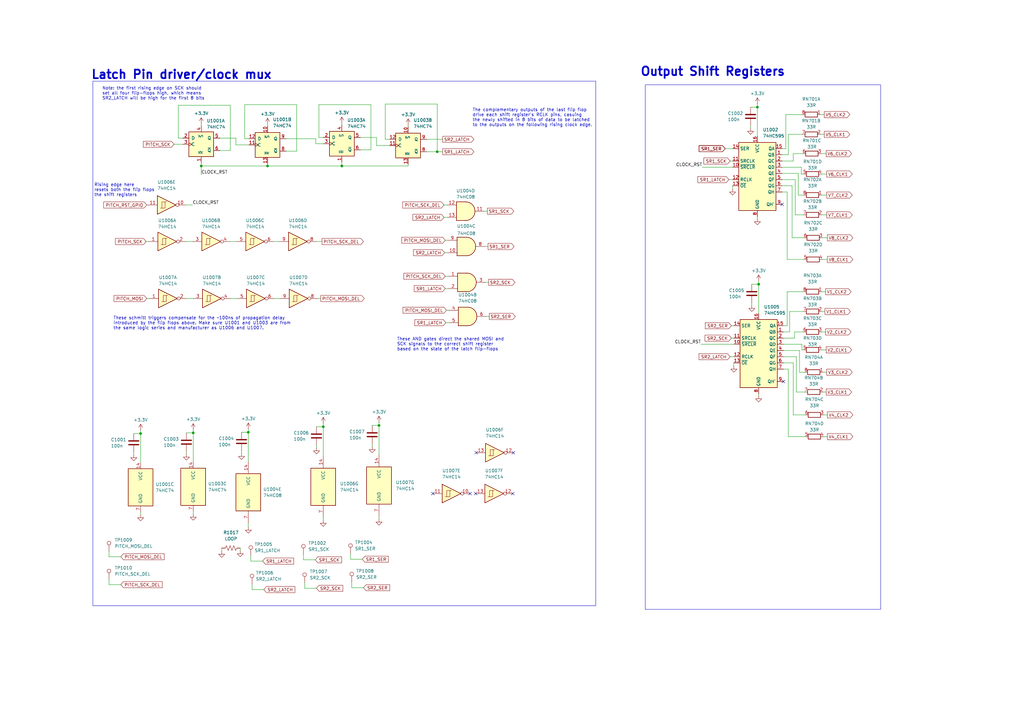
<source format=kicad_sch>
(kicad_sch (version 20231120) (generator "eeschema") (generator_version "8.0")
  (paper "A3")
  (lib_symbols
    (symbol "74xx:74HC14" (pin_names (offset 1.016))
      (property "Reference" "U" (at 0 1.27 0))
      (property "Value" "74HC14" (at 0 -1.27 0))
      (symbol "74HC14_1_0"
        (pin input line (at -7.62 0 0) (length 3.81) (name "~") (number "1"))
        (pin output inverted (at 7.62 0 180) (length 3.81) (name "~") (number "2"))
      )
      (symbol "74HC14_2_0"
        (pin input line (at -7.62 0 0) (length 3.81) (name "~") (number "3"))
        (pin output inverted (at 7.62 0 180) (length 3.81) (name "~") (number "4"))
      )
      (symbol "74HC14_3_0"
        (pin input line (at -7.62 0 0) (length 3.81) (name "~") (number "5"))
        (pin output inverted (at 7.62 0 180) (length 3.81) (name "~") (number "6"))
      )
      (symbol "74HC14_4_0"
        (pin output inverted (at 7.62 0 180) (length 3.81) (name "~") (number "8"))
        (pin input line (at -7.62 0 0) (length 3.81) (name "~") (number "9"))
      )
      (symbol "74HC14_5_0"
        (pin output inverted (at 7.62 0 180) (length 3.81) (name "~") (number "10"))
        (pin input line (at -7.62 0 0) (length 3.81) (name "~") (number "11"))
      )
      (symbol "74HC14_6_0"
        (pin output inverted (at 7.62 0 180) (length 3.81) (name "~") (number "12"))
        (pin input line (at -7.62 0 0) (length 3.81) (name "~") (number "13"))
      )
      (symbol "74HC14_7_0"
        (pin power_in line (at 0 12.7 270) (length 5.08) (name "VCC") (number "14"))
        (pin power_in line (at 0 -12.7 90) (length 5.08) (name "GND") (number "7"))
      )
    )
    (symbol "74xx:74HC595"
      (property "Reference" "U" (at -7.62 13.97 0))
      (property "Value" "74HC595" (at -7.62 -16.51 0))
      (symbol "74HC595_1_0"
        (pin tri_state line (at 10.16 7.62 180) (length 2.54) (name "QB") (number "1"))
        (pin input line (at -10.16 2.54 0) (length 2.54) (name "~{SRCLR}") (number "10"))
        (pin input line (at -10.16 5.08 0) (length 2.54) (name "SRCLK") (number "11"))
        (pin input line (at -10.16 -2.54 0) (length 2.54) (name "RCLK") (number "12"))
        (pin input line (at -10.16 -5.08 0) (length 2.54) (name "~{OE}") (number "13"))
        (pin input line (at -10.16 10.16 0) (length 2.54) (name "SER") (number "14"))
        (pin tri_state line (at 10.16 10.16 180) (length 2.54) (name "QA") (number "15"))
        (pin power_in line (at 0 15.24 270) (length 2.54) (name "VCC") (number "16"))
        (pin tri_state line (at 10.16 5.08 180) (length 2.54) (name "QC") (number "2"))
        (pin tri_state line (at 10.16 2.54 180) (length 2.54) (name "QD") (number "3"))
        (pin tri_state line (at 10.16 0 180) (length 2.54) (name "QE") (number "4"))
        (pin tri_state line (at 10.16 -2.54 180) (length 2.54) (name "QF") (number "5"))
        (pin tri_state line (at 10.16 -5.08 180) (length 2.54) (name "QG") (number "6"))
        (pin tri_state line (at 10.16 -7.62 180) (length 2.54) (name "QH") (number "7"))
        (pin power_in line (at 0 -17.78 90) (length 2.54) (name "GND") (number "8"))
        (pin output line (at 10.16 -12.7 180) (length 2.54) (name "QH'") (number "9"))
      )
    )
    (symbol "74xx:74HC74" (pin_names (offset 1.016))
      (property "Reference" "U" (at -7.62 8.89 0))
      (property "Value" "74HC74" (at -7.62 -8.89 0))
      (symbol "74HC74_1_0"
        (pin input line (at 0 -7.62 90) (length 2.54) (name "~{R}") (number "1"))
        (pin input line (at -7.62 2.54 0) (length 2.54) (name "D") (number "2"))
        (pin input clock (at -7.62 0 0) (length 2.54) (name "C") (number "3"))
        (pin input line (at 0 7.62 270) (length 2.54) (name "~{S}") (number "4"))
        (pin output line (at 7.62 2.54 180) (length 2.54) (name "Q") (number "5"))
        (pin output line (at 7.62 -2.54 180) (length 2.54) (name "~{Q}") (number "6"))
      )
      (symbol "74HC74_2_0"
        (pin input line (at 0 7.62 270) (length 2.54) (name "~{S}") (number "10"))
        (pin input clock (at -7.62 0 0) (length 2.54) (name "C") (number "11"))
        (pin input line (at -7.62 2.54 0) (length 2.54) (name "D") (number "12"))
        (pin input line (at 0 -7.62 90) (length 2.54) (name "~{R}") (number "13"))
        (pin output line (at 7.62 -2.54 180) (length 2.54) (name "~{Q}") (number "8"))
        (pin output line (at 7.62 2.54 180) (length 2.54) (name "Q") (number "9"))
      )
      (symbol "74HC74_3_0"
        (pin power_in line (at 0 10.16 270) (length 2.54) (name "VCC") (number "14"))
        (pin power_in line (at 0 -10.16 90) (length 2.54) (name "GND") (number "7"))
      )
    )
    (symbol "74xx:74LS08" (pin_names (offset 1.016))
      (property "Reference" "U" (at 0 1.27 0))
      (property "Value" "74LS08" (at 0 -1.27 0))
      (symbol "74LS08_1_1"
        (pin input line (at -7.62 2.54 0) (length 3.81) (name "~") (number "1"))
        (pin input line (at -7.62 -2.54 0) (length 3.81) (name "~") (number "2"))
        (pin output line (at 7.62 0 180) (length 3.81) (name "~") (number "3"))
      )
      (symbol "74LS08_1_2"
        (pin input inverted (at -7.62 2.54 0) (length 4.318) (name "~") (number "1"))
        (pin input inverted (at -7.62 -2.54 0) (length 4.318) (name "~") (number "2"))
        (pin output inverted (at 7.62 0 180) (length 3.81) (name "~") (number "3"))
      )
      (symbol "74LS08_2_1"
        (pin input line (at -7.62 2.54 0) (length 3.81) (name "~") (number "4"))
        (pin input line (at -7.62 -2.54 0) (length 3.81) (name "~") (number "5"))
        (pin output line (at 7.62 0 180) (length 3.81) (name "~") (number "6"))
      )
      (symbol "74LS08_2_2"
        (pin input inverted (at -7.62 2.54 0) (length 4.318) (name "~") (number "4"))
        (pin input inverted (at -7.62 -2.54 0) (length 4.318) (name "~") (number "5"))
        (pin output inverted (at 7.62 0 180) (length 3.81) (name "~") (number "6"))
      )
      (symbol "74LS08_3_1"
        (pin input line (at -7.62 -2.54 0) (length 3.81) (name "~") (number "10"))
        (pin output line (at 7.62 0 180) (length 3.81) (name "~") (number "8"))
        (pin input line (at -7.62 2.54 0) (length 3.81) (name "~") (number "9"))
      )
      (symbol "74LS08_3_2"
        (pin input inverted (at -7.62 -2.54 0) (length 4.318) (name "~") (number "10"))
        (pin output inverted (at 7.62 0 180) (length 3.81) (name "~") (number "8"))
        (pin input inverted (at -7.62 2.54 0) (length 4.318) (name "~") (number "9"))
      )
      (symbol "74LS08_4_1"
        (pin output line (at 7.62 0 180) (length 3.81) (name "~") (number "11"))
        (pin input line (at -7.62 2.54 0) (length 3.81) (name "~") (number "12"))
        (pin input line (at -7.62 -2.54 0) (length 3.81) (name "~") (number "13"))
      )
      (symbol "74LS08_4_2"
        (pin output inverted (at 7.62 0 180) (length 3.81) (name "~") (number "11"))
        (pin input inverted (at -7.62 2.54 0) (length 4.318) (name "~") (number "12"))
        (pin input inverted (at -7.62 -2.54 0) (length 4.318) (name "~") (number "13"))
      )
      (symbol "74LS08_5_0"
        (pin power_in line (at 0 12.7 270) (length 5.08) (name "VCC") (number "14"))
        (pin power_in line (at 0 -12.7 90) (length 5.08) (name "GND") (number "7"))
      )
    )
    (symbol "Connector:TestPoint" (pin_numbers hide) (pin_names (offset 0.762) hide) (in_bom no)
      (property "Reference" "TP" (at 0 6.858 0))
      (property "Value" "TestPoint" (at 0 5.08 0))
      (symbol "TestPoint_1_1"
        (pin passive line (at 0 0 90) (length 2.54) (name "1") (number "1"))
      )
    )
    (symbol "Device:C" (pin_numbers hide) (pin_names (offset 0.254))
      (property "Reference" "C" (at 0.635 2.54 0))
      (property "Value" "C" (at 0.635 -2.54 0))
      (symbol "C_1_1"
        (pin passive line (at 0 3.81 270) (length 2.794) (name "~") (number "1"))
        (pin passive line (at 0 -3.81 90) (length 2.794) (name "~") (number "2"))
      )
    )
    (symbol "Device:R_Pack04_Split" (pin_names (offset 0) hide)
      (property "Reference" "RN" (at 1.8 0 90))
      (property "Value" "R_Pack04_Split" (at -3.2 0 90))
      (symbol "R_Pack04_Split_1_1"
        (pin passive line (at 0 -3.81 90) (length 1.27) (name "R1.1") (number "1"))
        (pin passive line (at 0 3.81 270) (length 1.27) (name "R1.2") (number "8"))
      )
      (symbol "R_Pack04_Split_2_1"
        (pin passive line (at 0 -3.81 90) (length 1.27) (name "R2.1") (number "2"))
        (pin passive line (at 0 3.81 270) (length 1.27) (name "R2.2") (number "7"))
      )
      (symbol "R_Pack04_Split_3_1"
        (pin passive line (at 0 -3.81 90) (length 1.27) (name "R3.1") (number "3"))
        (pin passive line (at 0 3.81 270) (length 1.27) (name "R3.2") (number "6"))
      )
      (symbol "R_Pack04_Split_4_1"
        (pin passive line (at 0 -3.81 90) (length 1.27) (name "R4.1") (number "4"))
        (pin passive line (at 0 3.81 270) (length 1.27) (name "R4.2") (number "5"))
      )
    )
    (symbol "Device:R_US" (pin_numbers hide) (pin_names (offset 0))
      (property "Reference" "R" (at 2.54 0 90))
      (property "Value" "R_US" (at -2.54 0 90))
      (symbol "R_US_1_1"
        (pin passive line (at 0 3.81 270) (length 1.27) (name "~") (number "1"))
        (pin passive line (at 0 -3.81 90) (length 1.27) (name "~") (number "2"))
      )
    )
    (symbol "GND_1" (power) (pin_numbers hide) (pin_names (offset 0) hide)
      (symbol "GND_1_1_1"
        (pin power_in line (at 0 0 270) (length 0) (name "~") (number "1"))
      )
    )
    (symbol "power:+3.3V" (power) (pin_names (offset 0))
      (property "Value" "+3.3V" (at 0 3.556 0))
      (symbol "+3.3V_1_1"
        (pin power_in line (at 0 0 90) (length 0) hide (name "+3.3V") (number "1"))
      )
    )
    (symbol "power:GND" (power) (pin_names (offset 0))
      (symbol "GND_1_1"
        (pin power_in line (at 0 0 270) (length 0) hide (name "GND") (number "1"))
      )
    )
  )
  (junction (at 57.658 177.8))
  (junction (at 310.642 43.942))
  (junction (at 82.55 68.072))
  (junction (at 311.15 116.586))
  (junction (at 132.588 175.006))
  (junction (at 79.248 177.546))
  (junction (at 155.448 174.498))
  (junction (at 179.324 62.23))
  (junction (at 109.728 68.072))
  (junction (at 101.854 177.292))
  (junction (at 140.208 68.072))
  (no_connect (at 177.546 202.438))
  (no_connect (at 195.072 202.438))
  (no_connect (at 210.566 185.674))
  (no_connect (at 195.326 185.674))
  (no_connect (at 320.802 83.82))
  (no_connect (at 210.312 202.438))
  (no_connect (at 321.31 156.464))
  (no_connect (at 192.786 202.438))
  (wire (pts (xy 325.374 170.18) (xy 330.2 170.18)))
  (wire (pts (xy 124.46 229.616) (xy 129.286 229.616)))
  (wire (pts (xy 307.848 43.942) (xy 310.642 43.942)))
  (wire (pts (xy 299.974 138.684) (xy 300.99 138.684)))
  (wire (pts (xy 57.658 210.058) (xy 57.658 211.074)))
  (wire (pts (xy 90.17 56.642) (xy 96.774 56.642)))
  (wire (pts (xy 321.31 136.144) (xy 323.85 136.144)))
  (wire (pts (xy 337.82 179.07) (xy 339.344 179.07)))
  (wire (pts (xy 337.058 136.144) (xy 338.582 136.144)))
  (wire (pts (xy 320.802 63.5) (xy 323.342 63.5)))
  (wire (pts (xy 112.522 122.428) (xy 114.808 122.428)))
  (wire (pts (xy 144.272 241.046) (xy 149.098 241.046)))
  (wire (pts (xy 130.81 42.926) (xy 152.146 42.926)))
  (wire (pts (xy 310.642 42.672) (xy 310.642 43.942)))
  (wire (pts (xy 71.374 59.182) (xy 74.93 59.182)))
  (wire (pts (xy 102.108 56.896) (xy 100.33 56.896)))
  (wire (pts (xy 143.764 227.076) (xy 143.764 229.362)))
  (wire (pts (xy 109.728 51.054) (xy 109.728 51.816)))
  (wire (pts (xy 337.82 170.18) (xy 339.344 170.18)))
  (wire (pts (xy 79.248 177.546) (xy 79.248 189.484)))
  (wire (pts (xy 73.152 43.18) (xy 94.488 43.18)))
  (wire (pts (xy 321.31 151.384) (xy 323.342 151.384)))
  (wire (pts (xy 337.312 106.426) (xy 339.344 106.426)))
  (wire (pts (xy 144.272 238.76) (xy 144.272 241.046)))
  (wire (pts (xy 311.15 116.586) (xy 311.15 128.524)))
  (wire (pts (xy 57.658 177.8) (xy 57.658 189.738)))
  (wire (pts (xy 325.882 138.684) (xy 325.882 136.144)))
  (wire (pts (xy 179.324 62.23) (xy 175.006 62.23)))
  (wire (pts (xy 44.704 228.346) (xy 49.53 228.346)))
  (wire (pts (xy 336.55 55.118) (xy 338.074 55.118)))
  (wire (pts (xy 109.728 68.072) (xy 140.208 68.072)))
  (wire (pts (xy 157.988 57.15) (xy 157.988 42.672)))
  (wire (pts (xy 132.588 175.006) (xy 132.588 186.944)))
  (wire (pts (xy 321.31 133.604) (xy 322.834 133.604)))
  (wire (pts (xy 76.2 99.06) (xy 78.994 99.06)))
  (wire (pts (xy 79.248 176.276) (xy 79.248 177.546)))
  (wire (pts (xy 121.666 42.926) (xy 121.666 61.976)))
  (wire (pts (xy 325.882 136.144) (xy 329.438 136.144)))
  (wire (pts (xy 337.058 143.51) (xy 338.836 143.51)))
  (wire (pts (xy 124.968 239.014) (xy 124.968 241.3)))
  (wire (pts (xy 198.882 101.092) (xy 200.152 101.092)))
  (wire (pts (xy 336.55 46.99) (xy 338.074 46.99)))
  (wire (pts (xy 327.406 80.01) (xy 329.438 80.01)))
  (wire (pts (xy 323.85 127.762) (xy 329.438 127.762)))
  (wire (pts (xy 102.87 230.124) (xy 107.696 230.124)))
  (wire (pts (xy 323.342 55.118) (xy 328.93 55.118)))
  (wire (pts (xy 152.654 182.118) (xy 152.654 183.134)))
  (wire (pts (xy 337.566 152.654) (xy 339.09 152.654)))
  (wire (pts (xy 307.848 51.562) (xy 307.848 52.578)))
  (wire (pts (xy 117.348 56.896) (xy 129.54 56.896)))
  (wire (pts (xy 94.234 99.06) (xy 97.028 99.06)))
  (wire (pts (xy 321.31 138.684) (xy 325.882 138.684)))
  (wire (pts (xy 130.81 56.388) (xy 130.81 42.926)))
  (wire (pts (xy 82.55 50.8) (xy 82.55 51.562)))
  (wire (pts (xy 79.248 209.804) (xy 79.248 210.82)))
  (wire (pts (xy 124.968 241.3) (xy 129.794 241.3)))
  (wire (pts (xy 90.932 224.79) (xy 90.932 226.06)))
  (wire (pts (xy 155.448 174.498) (xy 155.448 186.436)))
  (wire (pts (xy 328.93 141.224) (xy 328.93 143.51)))
  (wire (pts (xy 57.658 176.53) (xy 57.658 177.8)))
  (wire (pts (xy 328.676 68.58) (xy 328.676 71.374)))
  (wire (pts (xy 44.704 239.776) (xy 49.53 239.776)))
  (wire (pts (xy 147.828 56.388) (xy 154.432 56.388)))
  (wire (pts (xy 60.198 84.074) (xy 60.706 84.074)))
  (wire (pts (xy 99.06 184.912) (xy 99.06 185.928)))
  (wire (pts (xy 154.432 56.388) (xy 154.432 59.69)))
  (wire (pts (xy 320.802 76.2) (xy 324.866 76.2)))
  (wire (pts (xy 322.834 119.634) (xy 329.438 119.634)))
  (wire (pts (xy 102.87 227.838) (xy 102.87 230.124)))
  (wire (pts (xy 154.432 59.69) (xy 159.766 59.69)))
  (wire (pts (xy 336.804 62.992) (xy 338.836 62.992)))
  (wire (pts (xy 82.55 68.072) (xy 82.55 71.628)))
  (wire (pts (xy 73.152 56.642) (xy 73.152 43.18)))
  (wire (pts (xy 337.566 160.782) (xy 338.836 160.782)))
  (wire (pts (xy 103.378 239.522) (xy 103.378 241.808)))
  (wire (pts (xy 152.146 42.926) (xy 152.146 61.468)))
  (wire (pts (xy 129.54 58.928) (xy 132.588 58.928)))
  (wire (pts (xy 167.386 51.308) (xy 167.386 52.07)))
  (wire (pts (xy 308.356 124.206) (xy 308.356 125.222)))
  (wire (pts (xy 101.854 214.63) (xy 101.854 216.154)))
  (wire (pts (xy 96.774 59.436) (xy 102.108 59.436)))
  (wire (pts (xy 76.454 122.428) (xy 79.248 122.428)))
  (wire (pts (xy 322.326 46.99) (xy 328.93 46.99)))
  (wire (pts (xy 324.866 97.536) (xy 329.692 97.536)))
  (wire (pts (xy 288.036 68.58) (xy 300.482 68.58)))
  (wire (pts (xy 101.854 176.022) (xy 101.854 177.292)))
  (wire (pts (xy 198.628 86.614) (xy 199.898 86.614)))
  (wire (pts (xy 76.454 177.546) (xy 79.248 177.546)))
  (wire (pts (xy 322.834 106.426) (xy 329.692 106.426)))
  (wire (pts (xy 308.356 116.586) (xy 311.15 116.586)))
  (wire (pts (xy 327.406 71.12) (xy 327.406 80.01)))
  (wire (pts (xy 325.374 148.844) (xy 325.374 170.18)))
  (wire (pts (xy 94.488 61.722) (xy 90.17 61.722)))
  (wire (pts (xy 327.914 143.764) (xy 327.914 152.654)))
  (wire (pts (xy 132.588 173.736) (xy 132.588 175.006)))
  (wire (pts (xy 320.802 78.74) (xy 322.834 78.74)))
  (wire (pts (xy 328.676 71.374) (xy 329.438 71.374)))
  (wire (pts (xy 152.146 61.468) (xy 147.828 61.468)))
  (wire (pts (xy 44.704 226.06) (xy 44.704 228.346)))
  (wire (pts (xy 300.482 76.2) (xy 300.482 77.47)))
  (wire (pts (xy 326.136 88.138) (xy 329.438 88.138)))
  (wire (pts (xy 287.528 141.224) (xy 300.99 141.224)))
  (wire (pts (xy 82.55 66.802) (xy 82.55 68.072)))
  (wire (pts (xy 310.642 88.9) (xy 310.642 89.662)))
  (wire (pts (xy 327.914 152.654) (xy 329.946 152.654)))
  (wire (pts (xy 325.374 62.992) (xy 329.184 62.992)))
  (wire (pts (xy 112.268 99.06) (xy 114.554 99.06)))
  (wire (pts (xy 182.626 118.364) (xy 183.896 118.364)))
  (wire (pts (xy 298.958 73.66) (xy 300.482 73.66)))
  (wire (pts (xy 121.666 61.976) (xy 117.348 61.976)))
  (wire (pts (xy 74.93 56.642) (xy 73.152 56.642)))
  (wire (pts (xy 323.342 63.5) (xy 323.342 55.118)))
  (wire (pts (xy 299.466 146.304) (xy 300.99 146.304)))
  (wire (pts (xy 322.834 133.604) (xy 322.834 119.634)))
  (wire (pts (xy 322.834 78.74) (xy 322.834 106.426)))
  (wire (pts (xy 129.794 182.626) (xy 129.794 183.642)))
  (wire (pts (xy 54.864 185.42) (xy 54.864 186.436)))
  (wire (pts (xy 311.15 115.316) (xy 311.15 116.586)))
  (wire (pts (xy 140.208 66.548) (xy 140.208 68.072)))
  (wire (pts (xy 82.55 68.072) (xy 109.728 68.072)))
  (wire (pts (xy 322.326 60.96) (xy 322.326 46.99)))
  (wire (pts (xy 199.39 129.794) (xy 200.66 129.794)))
  (wire (pts (xy 199.136 115.824) (xy 200.406 115.824)))
  (wire (pts (xy 44.704 237.49) (xy 44.704 239.776)))
  (wire (pts (xy 167.386 67.31) (xy 167.386 68.072)))
  (wire (pts (xy 300.99 148.844) (xy 300.99 150.114)))
  (wire (pts (xy 323.342 179.07) (xy 330.2 179.07)))
  (wire (pts (xy 98.552 224.79) (xy 98.552 225.806)))
  (wire (pts (xy 179.324 62.23) (xy 181.61 62.23)))
  (wire (pts (xy 60.198 122.428) (xy 61.214 122.428)))
  (wire (pts (xy 179.324 42.672) (xy 179.324 62.23)))
  (wire (pts (xy 337.058 119.634) (xy 338.582 119.634)))
  (wire (pts (xy 140.208 68.072) (xy 167.386 68.072)))
  (wire (pts (xy 320.802 66.04) (xy 325.374 66.04)))
  (wire (pts (xy 129.54 56.896) (xy 129.54 58.928)))
  (wire (pts (xy 101.854 177.292) (xy 101.854 189.23)))
  (wire (pts (xy 299.974 133.604) (xy 300.99 133.604)))
  (wire (pts (xy 182.372 103.632) (xy 183.642 103.632)))
  (wire (pts (xy 109.728 67.056) (xy 109.728 68.072)))
  (wire (pts (xy 157.988 42.672) (xy 179.324 42.672)))
  (wire (pts (xy 175.006 57.15) (xy 181.61 57.15)))
  (wire (pts (xy 337.058 71.374) (xy 339.09 71.374)))
  (wire (pts (xy 328.93 143.51) (xy 329.438 143.51)))
  (wire (pts (xy 99.06 177.292) (xy 101.854 177.292)))
  (wire (pts (xy 130.048 122.428) (xy 131.572 122.428)))
  (wire (pts (xy 124.46 227.33) (xy 124.46 229.616)))
  (wire (pts (xy 326.644 160.782) (xy 329.946 160.782)))
  (wire (pts (xy 100.33 56.896) (xy 100.33 42.926)))
  (wire (pts (xy 182.118 89.154) (xy 183.388 89.154)))
  (wire (pts (xy 337.058 127.762) (xy 338.328 127.762)))
  (wire (pts (xy 326.136 73.66) (xy 326.136 88.138)))
  (wire (pts (xy 94.488 122.428) (xy 97.282 122.428)))
  (wire (pts (xy 321.31 146.304) (xy 326.644 146.304)))
  (wire (pts (xy 320.802 71.12) (xy 327.406 71.12)))
  (wire (pts (xy 129.794 99.06) (xy 132.08 99.06)))
  (wire (pts (xy 299.466 66.04) (xy 300.482 66.04)))
  (wire (pts (xy 140.208 50.546) (xy 140.208 51.308)))
  (wire (pts (xy 159.766 57.15) (xy 157.988 57.15)))
  (wire (pts (xy 297.434 60.96) (xy 300.482 60.96)))
  (wire (pts (xy 182.88 132.334) (xy 184.15 132.334)))
  (wire (pts (xy 129.794 175.006) (xy 132.588 175.006)))
  (wire (pts (xy 103.378 241.808) (xy 108.204 241.808)))
  (wire (pts (xy 76.454 185.166) (xy 76.454 186.182)))
  (wire (pts (xy 324.866 76.2) (xy 324.866 97.536)))
  (wire (pts (xy 337.058 80.01) (xy 339.09 80.01)))
  (wire (pts (xy 321.31 148.844) (xy 325.374 148.844)))
  (wire (pts (xy 75.946 84.074) (xy 78.994 84.074)))
  (wire (pts (xy 323.85 136.144) (xy 323.85 127.762)))
  (wire (pts (xy 59.944 99.06) (xy 60.96 99.06)))
  (wire (pts (xy 130.81 56.388) (xy 132.588 56.388)))
  (wire (pts (xy 54.864 177.8) (xy 57.658 177.8)))
  (wire (pts (xy 337.312 97.536) (xy 339.344 97.536)))
  (wire (pts (xy 337.058 88.138) (xy 339.09 88.138)))
  (wire (pts (xy 328.93 141.224) (xy 321.31 141.224)))
  (wire (pts (xy 325.374 66.04) (xy 325.374 62.992)))
  (wire (pts (xy 326.644 146.304) (xy 326.644 160.782)))
  (wire (pts (xy 155.448 173.228) (xy 155.448 174.498)))
  (wire (pts (xy 183.134 127.254) (xy 184.15 127.254)))
  (wire (pts (xy 152.654 174.498) (xy 155.448 174.498)))
  (wire (pts (xy 321.31 143.764) (xy 327.914 143.764)))
  (wire (pts (xy 155.448 211.836) (xy 155.448 212.852)))
  (wire (pts (xy 132.588 212.344) (xy 132.588 213.36)))
  (wire (pts (xy 182.118 84.074) (xy 183.388 84.074)))
  (wire (pts (xy 96.774 56.642) (xy 96.774 59.436)))
  (wire (pts (xy 323.342 151.384) (xy 323.342 179.07)))
  (wire (pts (xy 182.626 113.284) (xy 183.896 113.284)))
  (wire (pts (xy 94.488 43.18) (xy 94.488 61.722)))
  (wire (pts (xy 310.642 43.942) (xy 310.642 55.88)))
  (wire (pts (xy 320.802 73.66) (xy 326.136 73.66)))
  (wire (pts (xy 320.802 60.96) (xy 322.326 60.96)))
  (wire (pts (xy 143.764 229.362) (xy 148.59 229.362)))
  (wire (pts (xy 182.626 98.552) (xy 183.642 98.552)))
  (wire (pts (xy 311.15 161.544) (xy 311.15 162.306)))
  (wire (pts (xy 320.802 68.58) (xy 328.676 68.58)))
  (wire (pts (xy 100.33 42.926) (xy 121.666 42.926)))
  (rectangle (start 38.1 33.274) (end 244.348 248.412))
  (rectangle (start 264.668 34.798) (end 361.188 249.936))
  (text "Output Shift Registers" (at 292.354 29.464 0) (effects (font (size 3.5 3.5) (thickness 0.7) (bold yes))))
  (text "Rising edge here\nresets both the flip flops\nthe shift registers" (at 38.608 77.978 0) (effects (font (size 1.27 1.27)) (justify left)))
  (text "Note: the first rising edge on SCK should\nset all four flip-flops high, which means\nSR2_LATCH will be high for the first 8 bits" (at 41.91 38.354 0) (effects (font (size 1.27 1.27)) (justify left)))
  (text "The complementary outputs of the last flip flop\ndrive each shift register's RCLK pins, casuing\nthe newly shifted in 8 bits of data to be latched\nto the outputs on the following rising clock edge." (at 193.802 48.26 0) (effects (font (size 1.27 1.27)) (justify left)))
  (text "These AND gates direct the shared MOSI and \nSCK signals to the correct shift register \nbased on the state of the latch flip-flops\n" (at 162.814 141.224 0) (effects (font (size 1.27 1.27)) (justify left)))
  (text "These schmitt triggers compensate for the ~100ns of propagation delay \nintroduced by the flip flops above. Make sure U1001 and U1003 are from\nthe same logic series and manufacturer as U1006 and U1007." (at 46.482 132.588 0) (effects (font (size 1.27 1.27)) (justify left)))
  (text "Latch Pin driver/clock mux" (at 74.422 30.734 0) (effects (font (size 3.5 3.5) (thickness 0.7) (bold yes))))
  (label "CLOCK_RST" (at 82.55 71.628 0))
  (label "CLOCK_RST" (at 288.036 68.58 180))
  (label "CLOCK_RST" (at 78.994 84.074 0))
  (label "CLOCK_RST" (at 287.528 141.224 180))
  (global_label "SR1_LATCH" (shape input) (at 298.958 73.66 180) (property "Intersheetrefs" "${INTERSHEET_REFS}" (effects (hide yes))))
  (global_label "V7_CLK1" (shape output) (at 339.09 88.138 0) (property "Intersheetrefs" "${INTERSHEET_REFS}" (effects (hide yes))))
  (global_label "SR2_LATCH" (shape output) (at 181.61 57.15 0) (property "Intersheetrefs" "${INTERSHEET_REFS}" (effects (hide yes))))
  (global_label "SR1_LATCH" (shape input) (at 182.88 132.334 180) (property "Intersheetrefs" "${INTERSHEET_REFS}" (effects (hide yes))))
  (global_label "SR1_LATCH" (shape output) (at 181.61 62.23 0) (property "Intersheetrefs" "${INTERSHEET_REFS}" (effects (hide yes))))
  (global_label "V4_CLK1" (shape output) (at 339.344 179.07 0) (property "Intersheetrefs" "${INTERSHEET_REFS}" (effects (hide yes))))
  (global_label "V1_CLK2" (shape output) (at 338.582 119.634 0) (property "Intersheetrefs" "${INTERSHEET_REFS}" (effects (hide yes))))
  (global_label "V8_CLK1" (shape output) (at 339.344 106.426 0) (property "Intersheetrefs" "${INTERSHEET_REFS}" (effects (hide yes))))
  (global_label "V2_CLK1" (shape output) (at 338.836 143.51 0) (property "Intersheetrefs" "${INTERSHEET_REFS}" (effects (hide yes))))
  (global_label "V2_CLK2" (shape output) (at 338.582 136.144 0) (property "Intersheetrefs" "${INTERSHEET_REFS}" (effects (hide yes))))
  (global_label "SR2_LATCH" (shape input) (at 108.204 241.808 0) (property "Intersheetrefs" "${INTERSHEET_REFS}" (effects (hide yes))))
  (global_label "V3_CLK2" (shape output) (at 339.09 152.654 0) (property "Intersheetrefs" "${INTERSHEET_REFS}" (effects (hide yes))))
  (global_label "PITCH_SCK_DEL" (shape input) (at 49.53 239.776 0) (property "Intersheetrefs" "${INTERSHEET_REFS}" (effects (hide yes))))
  (global_label "V5_CLK1" (shape output) (at 338.074 55.118 0) (property "Intersheetrefs" "${INTERSHEET_REFS}" (effects (hide yes))))
  (global_label "SR2_SCK" (shape input) (at 299.974 138.684 180) (property "Intersheetrefs" "${INTERSHEET_REFS}" (effects (hide yes))))
  (global_label "PITCH_SCK_DEL" (shape output) (at 132.08 99.06 0) (property "Intersheetrefs" "${INTERSHEET_REFS}" (effects (hide yes))))
  (global_label "SR2_SCK" (shape output) (at 200.406 115.824 0) (property "Intersheetrefs" "${INTERSHEET_REFS}" (effects (hide yes))))
  (global_label "PITCH_MOSI" (shape input) (at 60.198 122.428 180) (property "Intersheetrefs" "${INTERSHEET_REFS}" (effects (hide yes))))
  (global_label "PITCH_MOSI_DEL" (shape output) (at 131.572 122.428 0) (property "Intersheetrefs" "${INTERSHEET_REFS}" (effects (hide yes))))
  (global_label "PITCH_MOSI_DEL" (shape input) (at 183.134 127.254 180) (property "Intersheetrefs" "${INTERSHEET_REFS}" (effects (hide yes))))
  (global_label "SR1_SER" (shape input) (at 148.59 229.362 0) (property "Intersheetrefs" "${INTERSHEET_REFS}" (effects (hide yes))))
  (global_label "SR2_LATCH" (shape input) (at 182.372 103.632 180) (property "Intersheetrefs" "${INTERSHEET_REFS}" (effects (hide yes))))
  (global_label "SR1_SCK" (shape input) (at 129.286 229.616 0) (property "Intersheetrefs" "${INTERSHEET_REFS}" (effects (hide yes))))
  (global_label "V7_CLK2" (shape output) (at 339.09 80.01 0) (property "Intersheetrefs" "${INTERSHEET_REFS}" (effects (hide yes))))
  (global_label "V5_CLK2" (shape output) (at 338.074 46.99 0) (property "Intersheetrefs" "${INTERSHEET_REFS}" (effects (hide yes))))
  (global_label "V8_CLK2" (shape output) (at 339.344 97.536 0) (property "Intersheetrefs" "${INTERSHEET_REFS}" (effects (hide yes))))
  (global_label "V4_CLK2" (shape output) (at 339.344 170.18 0) (property "Intersheetrefs" "${INTERSHEET_REFS}" (effects (hide yes))))
  (global_label "SR2_SCK" (shape input) (at 129.794 241.3 0) (property "Intersheetrefs" "${INTERSHEET_REFS}" (effects (hide yes))))
  (global_label "PITCH_MOSI_DEL" (shape input) (at 182.626 98.552 180) (property "Intersheetrefs" "${INTERSHEET_REFS}" (effects (hide yes))))
  (global_label "SR2_SER" (shape input) (at 149.098 241.046 0) (property "Intersheetrefs" "${INTERSHEET_REFS}" (effects (hide yes))))
  (global_label "V1_CLK1" (shape output) (at 338.328 127.762 0) (property "Intersheetrefs" "${INTERSHEET_REFS}" (effects (hide yes))))
  (global_label "V3_CLK1" (shape output) (at 338.836 160.782 0) (property "Intersheetrefs" "${INTERSHEET_REFS}" (effects (hide yes))))
  (global_label "SR1_SER" (shape input) (at 297.434 60.96 180) (property "Intersheetrefs" "${INTERSHEET_REFS}" (effects (hide yes))))
  (global_label "SR2_SER" (shape output) (at 200.66 129.794 0) (property "Intersheetrefs" "${INTERSHEET_REFS}" (effects (hide yes))))
  (global_label "PITCH_SCK_DEL" (shape input) (at 182.118 84.074 180) (property "Intersheetrefs" "${INTERSHEET_REFS}" (effects (hide yes))))
  (global_label "SR2_LATCH" (shape input) (at 182.118 89.154 180) (property "Intersheetrefs" "${INTERSHEET_REFS}" (effects (hide yes))))
  (global_label "SR1_SCK" (shape input) (at 299.466 66.04 180) (property "Intersheetrefs" "${INTERSHEET_REFS}" (effects (hide yes))))
  (global_label "PITCH_SCK" (shape input) (at 59.944 99.06 180) (property "Intersheetrefs" "${INTERSHEET_REFS}" (effects (hide yes))))
  (global_label "SR1_LATCH" (shape input) (at 182.626 118.364 180) (property "Intersheetrefs" "${INTERSHEET_REFS}" (effects (hide yes))))
  (global_label "SR2_LATCH" (shape input) (at 299.466 146.304 180) (property "Intersheetrefs" "${INTERSHEET_REFS}" (effects (hide yes))))
  (global_label "SR1_SER" (shape output) (at 200.152 101.092 0) (property "Intersheetrefs" "${INTERSHEET_REFS}" (effects (hide yes))))
  (global_label "PITCH_MOSI_DEL" (shape input) (at 49.53 228.346 0) (property "Intersheetrefs" "${INTERSHEET_REFS}" (effects (hide yes))))
  (global_label "V6_CLK2" (shape output) (at 338.836 62.992 0) (property "Intersheetrefs" "${INTERSHEET_REFS}" (effects (hide yes))))
  (global_label "SR2_SER" (shape input) (at 299.974 133.604 180) (property "Intersheetrefs" "${INTERSHEET_REFS}" (effects (hide yes))))
  (global_label "PITCH_RST_GPIO" (shape input) (at 60.198 84.074 180) (property "Intersheetrefs" "${INTERSHEET_REFS}" (effects (hide yes))))
  (global_label "PITCH_SCK_DEL" (shape input) (at 182.626 113.284 180) (property "Intersheetrefs" "${INTERSHEET_REFS}" (effects (hide yes))))
  (global_label "V6_CLK1" (shape output) (at 339.09 71.374 0) (property "Intersheetrefs" "${INTERSHEET_REFS}" (effects (hide yes))))
  (global_label "SR1_LATCH" (shape input) (at 107.696 230.124 0) (property "Intersheetrefs" "${INTERSHEET_REFS}" (effects (hide yes))))
  (global_label "SR1_SCK" (shape output) (at 199.898 86.614 0) (property "Intersheetrefs" "${INTERSHEET_REFS}" (effects (hide yes))))
  (global_label "PITCH_SCK" (shape input) (at 71.374 59.182 180) (property "Intersheetrefs" "${INTERSHEET_REFS}" (effects (hide yes))))
  (global_label "SR1_SER" (shape input) (at 297.434 60.96 180) (property "Intersheetrefs" "${INTERSHEET_REFS}" (effects (hide yes))))
  (symbol (lib_id "Connector:TestPoint") (at 124.46 227.33 0) (unit 1) (in_bom no)
    (property "Reference" "TP1002" (at 126.492 222.7579 0) (effects (justify left)))
    (property "Value" "SR1_SCK" (at 126.492 225.2979 0) (effects (justify left)))
    (property "Footprint" "TestPoint:TestPoint_THTPad_D1.0mm_Drill0.5mm_VAL" (effects (hide yes)))
    (property "Description" "test point" (effects (hide yes)))
  )
  (symbol (lib_id "power:+3.3V") (at 311.15 115.316 0) (unit 1)
    (property "Reference" "#PWR01021" (effects (hide yes)))
    (property "Value" "+3.3V" (at 311.15 110.998 0))
  )
  (symbol (lib_id "74xx:74HC14") (at 86.614 99.06 0) (unit 2)
    (property "Reference" "U1006" (at 86.614 90.424 0))
    (property "Value" "74HC14" (at 86.614 92.964 0))
    (property "Footprint" "Package_SO:SOIC-14_3.9x8.7mm_P1.27mm" (effects (hide yes)))
    (property "Datasheet" "http://www.ti.com/lit/gpn/sn74HC14" (effects (hide yes)))
    (property "Description" "Hex inverter schmitt trigger" (effects (hide yes)))
  )
  (symbol (lib_id "74xx:74HC74") (at 57.658 199.898 0) (unit 3)
    (property "Reference" "U1001" (at 63.754 198.6279 0) (effects (justify left)))
    (property "Value" "74HC74" (at 63.754 201.1679 0) (effects (justify left)))
    (property "Footprint" "Package_SO:SOIC-14_3.9x8.7mm_P1.27mm" (effects (hide yes)))
    (property "Datasheet" "74xx/74hc_hct74.pdf" (effects (hide yes)))
    (property "Description" "Dual D Flip-flop, Set & Reset" (effects (hide yes)))
  )
  (symbol (lib_id "74xx:74HC14") (at 185.166 202.438 0) (unit 5)
    (property "Reference" "U1007" (at 185.166 193.04 0))
    (property "Value" "74HC14" (at 185.166 195.58 0))
    (property "Footprint" "Package_SO:SOIC-14_3.9x8.7mm_P1.27mm" (effects (hide yes)))
    (property "Datasheet" "http://www.ti.com/lit/gpn/sn74HC14" (effects (hide yes)))
    (property "Description" "Hex inverter schmitt trigger" (effects (hide yes)))
  )
  (symbol (lib_id "74xx:74HC14") (at 155.448 199.136 0) (unit 7)
    (property "Reference" "U1007" (at 162.306 197.8659 0) (effects (justify left)))
    (property "Value" "74HC14" (at 162.306 200.4059 0) (effects (justify left)))
    (property "Footprint" "Package_SO:SOIC-14_3.9x8.7mm_P1.27mm" (effects (hide yes)))
    (property "Datasheet" "http://www.ti.com/lit/gpn/sn74HC14" (effects (hide yes)))
    (property "Description" "Hex inverter schmitt trigger" (effects (hide yes)))
  )
  (symbol (lib_id "power:+3.3V") (at 310.642 42.672 0) (unit 1)
    (property "Reference" "#PWR01009" (effects (hide yes)))
    (property "Value" "+3.3V" (at 310.642 38.354 0))
  )
  (symbol (lib_id "Connector:TestPoint") (at 144.272 238.76 0) (unit 1) (in_bom no)
    (property "Reference" "TP1008" (at 146.05 234.1879 0) (effects (justify left)))
    (property "Value" "SR2_SER" (at 146.05 236.7279 0) (effects (justify left)))
    (property "Footprint" "TestPoint:TestPoint_THTPad_D1.0mm_Drill0.5mm_VAL" (effects (hide yes)))
    (property "Description" "test point" (effects (hide yes)))
  )
  (symbol (lib_id "74xx:74LS08") (at 191.516 115.824 0) (unit 1)
    (property "Reference" "U1004" (effects (hide yes)))
    (property "Value" "74HC08" (effects (hide yes)))
    (property "Footprint" "Package_SO:SOIC-14_3.9x8.7mm_P1.27mm" (effects (hide yes)))
    (property "Datasheet" "http://www.ti.com/lit/gpn/sn74LS08" (effects (hide yes)))
    (property "Description" "Quad And2" (effects (hide yes)))
  )
  (symbol (lib_id "power:+3.3V") (at 79.248 176.276 0) (unit 1)
    (property "Reference" "#PWR01014" (effects (hide yes)))
    (property "Value" "+3.3V" (at 79.248 171.958 0))
  )
  (symbol (lib_id "74xx:74LS08") (at 191.262 101.092 0) (unit 3)
    (property "Reference" "U1004" (at 191.2537 92.71 0))
    (property "Value" "74HC08" (at 191.2537 95.758 0))
    (property "Footprint" "Package_SO:SOIC-14_3.9x8.7mm_P1.27mm" (effects (hide yes)))
    (property "Datasheet" "http://www.ti.com/lit/gpn/sn74LS08" (effects (hide yes)))
    (property "Description" "Quad And2" (effects (hide yes)))
  )
  (symbol (lib_id "power:+3.3V") (at 57.658 176.53 0) (unit 1)
    (property "Reference" "#PWR01011" (effects (hide yes)))
    (property "Value" "+3.3V" (at 57.658 172.212 0))
  )
  (symbol (lib_id "74xx:74HC14") (at 202.946 185.674 0) (unit 6)
    (property "Reference" "U1006" (at 202.946 176.276 0))
    (property "Value" "74HC14" (at 202.946 178.816 0))
    (property "Footprint" "Package_SO:SOIC-14_3.9x8.7mm_P1.27mm" (effects (hide yes)))
    (property "Datasheet" "http://www.ti.com/lit/gpn/sn74HC14" (effects (hide yes)))
    (property "Description" "Hex inverter schmitt trigger" (effects (hide yes)))
  )
  (symbol (lib_id "74xx:74LS08") (at 191.77 129.794 0) (unit 2)
    (property "Reference" "U1004" (at 191.7617 120.904 0))
    (property "Value" "74HC08" (at 191.7617 123.444 0))
    (property "Footprint" "Package_SO:SOIC-14_3.9x8.7mm_P1.27mm" (effects (hide yes)))
    (property "Datasheet" "http://www.ti.com/lit/gpn/sn74LS08" (effects (hide yes)))
    (property "Description" "Quad And2" (effects (hide yes)))
  )
  (symbol (lib_id "power:GND") (at 308.356 125.222 0) (unit 1)
    (property "Reference" "#PWR01020" (effects (hide yes)))
    (property "Value" "GND" (effects (hide yes)))
  )
  (symbol (lib_id "74xx:74HC74") (at 140.208 58.928 0) (unit 1)
    (property "Reference" "U1003" (at 142.4021 49.276 0) (effects (justify left)))
    (property "Value" "74HC74" (at 142.4021 51.816 0) (effects (justify left)))
    (property "Footprint" "Package_SO:SOIC-14_3.9x8.7mm_P1.27mm" (effects (hide yes)))
    (property "Datasheet" "74xx/74hc_hct74.pdf" (effects (hide yes)))
    (property "Description" "Dual D Flip-flop, Set & Reset" (effects (hide yes)))
  )
  (symbol (lib_id "Device:C") (at 54.864 181.61 0) (unit 1)
    (property "Reference" "C1001" (at 45.466 180.34 0) (effects (justify left)))
    (property "Value" "100n" (at 45.466 182.88 0) (effects (justify left)))
    (property "Footprint" "Capacitor_SMD:C_0805_2012Metric" (effects (hide yes)))
  )
  (symbol (lib_id "power:+3.3V") (at 167.386 51.308 0) (unit 1)
    (property "Reference" "#PWR01007" (effects (hide yes)))
    (property "Value" "+3.3V" (at 167.386 46.99 0))
  )
  (symbol (lib_id "power:GND") (at 76.454 186.182 0) (unit 1)
    (property "Reference" "#PWR01013" (effects (hide yes)))
    (property "Value" "GND" (effects (hide yes)))
  )
  (symbol (lib_id "power:GND") (at 57.658 211.074 0) (unit 1)
    (property "Reference" "#PWR01012" (effects (hide yes)))
    (property "Value" "GND" (effects (hide yes)))
  )
  (symbol (lib_id "power:GND") (at 129.794 183.642 0) (unit 1)
    (property "Reference" "#PWR01026" (effects (hide yes)))
    (property "Value" "GND" (effects (hide yes)))
  )
  (symbol (lib_id "Device:R_Pack04_Split") (at 333.756 152.654 90) (unit 1)
    (property "Reference" "RN704" (at 333.756 146.558 90))
    (property "Value" "33R" (at 333.756 149.098 90))
    (property "Footprint" "Resistor_SMD:R_Array_Concave_4x0603" (effects (hide yes)))
    (property "Description" "4 resistor network, parallel topology, split" (effects (hide yes)))
  )
  (symbol (lib_id "Device:R_Pack04_Split") (at 333.756 160.782 90) (unit 2)
    (property "Reference" "RN704" (at 333.756 154.94 90))
    (property "Value" "33R" (at 333.756 157.48 90))
    (property "Footprint" "Resistor_SMD:R_Array_Concave_4x0603" (effects (hide yes)))
    (property "Description" "4 resistor network, parallel topology, split" (effects (hide yes)))
  )
  (symbol (lib_id "74xx:74HC14") (at 86.868 122.428 0) (unit 2)
    (property "Reference" "U1007" (at 86.868 113.792 0))
    (property "Value" "74HC14" (at 86.868 116.332 0))
    (property "Footprint" "Package_SO:SOIC-14_3.9x8.7mm_P1.27mm" (effects (hide yes)))
    (property "Datasheet" "http://www.ti.com/lit/gpn/sn74HC14" (effects (hide yes)))
    (property "Description" "Hex inverter schmitt trigger" (effects (hide yes)))
  )
  (symbol (lib_id "74xx:74HC14") (at 104.902 122.428 0) (unit 3)
    (property "Reference" "U1007" (at 104.902 113.792 0))
    (property "Value" "74HC14" (at 104.902 116.332 0))
    (property "Footprint" "Package_SO:SOIC-14_3.9x8.7mm_P1.27mm" (effects (hide yes)))
    (property "Datasheet" "http://www.ti.com/lit/gpn/sn74HC14" (effects (hide yes)))
    (property "Description" "Hex inverter schmitt trigger" (effects (hide yes)))
  )
  (symbol (lib_id "74xx:74HC14") (at 68.58 99.06 0) (unit 1)
    (property "Reference" "U1006" (at 68.58 90.424 0))
    (property "Value" "74HC14" (at 68.58 92.964 0))
    (property "Footprint" "Package_SO:SOIC-14_3.9x8.7mm_P1.27mm" (effects (hide yes)))
    (property "Datasheet" "http://www.ti.com/lit/gpn/sn74HC14" (effects (hide yes)))
    (property "Description" "Hex inverter schmitt trigger" (effects (hide yes)))
  )
  (symbol (lib_id "power:+3.3V") (at 140.208 50.546 0) (unit 1)
    (property "Reference" "#PWR01005" (effects (hide yes)))
    (property "Value" "+3.3V" (at 140.208 46.228 0))
  )
  (symbol (lib_id "power:GND") (at 310.642 89.662 0) (unit 1)
    (property "Reference" "#PWR01010" (effects (hide yes)))
    (property "Value" "GND" (effects (hide yes)))
  )
  (symbol (lib_id "power:GND") (at 155.448 212.852 0) (unit 1)
    (property "Reference" "#PWR01031" (effects (hide yes)))
    (property "Value" "GND" (effects (hide yes)))
  )
  (symbol (lib_id "Device:R_Pack04_Split") (at 333.502 97.536 90) (unit 3)
    (property "Reference" "RN702" (at 333.502 91.44 90))
    (property "Value" "33R" (at 333.502 93.98 90))
    (property "Footprint" "Resistor_SMD:R_Array_Concave_4x0603" (effects (hide yes)))
    (property "Description" "4 resistor network, parallel topology, split" (effects (hide yes)))
  )
  (symbol (lib_id "power:+3.3V") (at 155.448 173.228 0) (unit 1)
    (property "Reference" "#PWR01030" (effects (hide yes)))
    (property "Value" "+3.3V" (at 155.448 168.91 0))
  )
  (symbol (lib_id "Device:R_Pack04_Split") (at 333.248 143.51 90) (unit 4)
    (property "Reference" "RN703" (at 333.248 138.684 90))
    (property "Value" "33R" (at 333.248 141.224 90))
    (property "Footprint" "Resistor_SMD:R_Array_Concave_4x0603" (effects (hide yes)))
    (property "Description" "4 resistor network, parallel topology, split" (effects (hide yes)))
  )
  (symbol (lib_id "power:GND") (at 98.552 225.806 0) (mirror y) (unit 1)
    (property "Reference" "#PWR01025" (effects (hide yes)))
    (property "Value" "GND" (effects (hide yes)))
  )
  (symbol (lib_id "74xx:74HC595") (at 311.15 143.764 0) (unit 1)
    (property "Reference" "U1005" (at 313.3441 125.857 0) (effects (justify left)))
    (property "Value" "74HC595" (at 313.3441 128.397 0) (effects (justify left)))
    (property "Footprint" "Package_SO:SOIC-16_3.9x9.9mm_P1.27mm" (effects (hide yes)))
    (property "Datasheet" "http://www.ti.com/lit/ds/symlink/sn74hc595.pdf" (effects (hide yes)))
  )
  (symbol (lib_id "power:GND") (at 311.15 162.306 0) (unit 1)
    (property "Reference" "#PWR01022" (effects (hide yes)))
    (property "Value" "GND" (effects (hide yes)))
  )
  (symbol (lib_id "74xx:74HC14") (at 68.834 122.428 0) (unit 1)
    (property "Reference" "U1007" (at 68.834 113.792 0))
    (property "Value" "74HC14" (at 68.834 116.332 0))
    (property "Footprint" "Package_SO:SOIC-14_3.9x8.7mm_P1.27mm" (effects (hide yes)))
    (property "Datasheet" "http://www.ti.com/lit/gpn/sn74HC14" (effects (hide yes)))
    (property "Description" "Hex inverter schmitt trigger" (effects (hide yes)))
  )
  (symbol (lib_name "GND_1") (lib_id "power:GND") (at 101.854 216.154 0) (unit 1)
    (property "Reference" "#PWR01017" (effects (hide yes)))
    (property "Value" "GND" (effects (hide yes)))
    (property "Description" "Power symbol creates a global label with name \"GND\" , ground" (effects (hide yes)))
  )
  (symbol (lib_id "Device:C") (at 99.06 181.102 0) (unit 1)
    (property "Reference" "C1004" (at 89.662 179.832 0) (effects (justify left)))
    (property "Value" "100n" (at 89.662 182.372 0) (effects (justify left)))
    (property "Footprint" "Capacitor_SMD:C_0805_2012Metric" (effects (hide yes)))
  )
  (symbol (lib_id "74xx:74HC74") (at 79.248 199.644 0) (unit 3)
    (property "Reference" "U1003" (at 85.344 198.3739 0) (effects (justify left)))
    (property "Value" "74HC74" (at 85.344 200.9139 0) (effects (justify left)))
    (property "Footprint" "Package_SO:SOIC-14_3.9x8.7mm_P1.27mm" (effects (hide yes)))
    (property "Datasheet" "74xx/74hc_hct74.pdf" (effects (hide yes)))
    (property "Description" "Dual D Flip-flop, Set & Reset" (effects (hide yes)))
  )
  (symbol (lib_id "power:GND") (at 307.848 52.578 0) (unit 1)
    (property "Reference" "#PWR01006" (effects (hide yes)))
    (property "Value" "GND" (effects (hide yes)))
  )
  (symbol (lib_id "Device:R_Pack04_Split") (at 333.248 136.144 90) (unit 3)
    (property "Reference" "RN703" (at 333.248 130.556 90))
    (property "Value" "33R" (at 333.248 133.096 90))
    (property "Footprint" "Resistor_SMD:R_Array_Concave_4x0603" (effects (hide yes)))
    (property "Description" "4 resistor network, parallel topology, split" (effects (hide yes)))
  )
  (symbol (lib_id "Device:R_Pack04_Split") (at 332.74 55.118 90) (unit 2)
    (property "Reference" "RN701" (at 332.74 49.53 90))
    (property "Value" "33R" (at 332.74 52.07 90))
    (property "Footprint" "Resistor_SMD:R_Array_Concave_4x0603" (effects (hide yes)))
    (property "Description" "4 resistor network, parallel topology, split" (effects (hide yes)))
  )
  (symbol (lib_id "74xx:74LS08") (at 101.854 201.93 0) (unit 5)
    (property "Reference" "U1004" (at 107.95 200.6599 0) (effects (justify left)))
    (property "Value" "74HC08" (at 107.95 203.1999 0) (effects (justify left)))
    (property "Footprint" "Package_SO:SOIC-14_3.9x8.7mm_P1.27mm" (effects (hide yes)))
    (property "Datasheet" "http://www.ti.com/lit/gpn/sn74LS08" (effects (hide yes)))
    (property "Description" "Quad And2" (effects (hide yes)))
  )
  (symbol (lib_id "Connector:TestPoint") (at 44.704 237.49 0) (unit 1) (in_bom no)
    (property "Reference" "TP1010" (at 46.99 232.9179 0) (effects (justify left)))
    (property "Value" "PITCH_SCK_DEL" (at 46.99 235.4579 0) (effects (justify left)))
    (property "Footprint" "TestPoint:TestPoint_THTPad_D1.0mm_Drill0.5mm_VAL" (effects (hide yes)))
    (property "Description" "test point" (effects (hide yes)))
  )
  (symbol (lib_id "Connector:TestPoint") (at 44.704 226.06 0) (unit 1) (in_bom no)
    (property "Reference" "TP1009" (at 46.99 221.4879 0) (effects (justify left)))
    (property "Value" "PITCH_MOSI_DEL" (at 46.99 224.0279 0) (effects (justify left)))
    (property "Footprint" "TestPoint:TestPoint_THTPad_D1.0mm_Drill0.5mm_VAL" (effects (hide yes)))
    (property "Description" "test point" (effects (hide yes)))
  )
  (symbol (lib_id "74xx:74HC14") (at 132.588 199.644 0) (unit 7)
    (property "Reference" "U1006" (at 139.446 198.3739 0) (effects (justify left)))
    (property "Value" "74HC14" (at 139.446 200.9139 0) (effects (justify left)))
    (property "Footprint" "Package_SO:SOIC-14_3.9x8.7mm_P1.27mm" (effects (hide yes)))
    (property "Datasheet" "http://www.ti.com/lit/gpn/sn74HC14" (effects (hide yes)))
    (property "Description" "Hex inverter schmitt trigger" (effects (hide yes)))
  )
  (symbol (lib_id "Device:R_Pack04_Split") (at 334.01 170.18 90) (unit 3)
    (property "Reference" "RN704" (at 334.01 163.83 90))
    (property "Value" "33R" (at 334.01 166.37 90))
    (property "Footprint" "Resistor_SMD:R_Array_Concave_4x0603" (effects (hide yes)))
    (property "Description" "4 resistor network, parallel topology, split" (effects (hide yes)))
  )
  (symbol (lib_id "74xx:74HC74") (at 167.386 59.69 0) (unit 2)
    (property "Reference" "U1003" (at 169.5801 49.276 0) (effects (justify left)))
    (property "Value" "74HC74" (at 169.5801 51.816 0) (effects (justify left)))
    (property "Footprint" "Package_SO:SOIC-14_3.9x8.7mm_P1.27mm" (effects (hide yes)))
    (property "Datasheet" "74xx/74hc_hct74.pdf" (effects (hide yes)))
    (property "Description" "Dual D Flip-flop, Set & Reset" (effects (hide yes)))
  )
  (symbol (lib_id "Connector:TestPoint") (at 102.87 227.838 0) (unit 1) (in_bom no)
    (property "Reference" "TP1005" (at 104.394 223.2659 0) (effects (justify left)))
    (property "Value" "SR1_LATCH" (at 104.394 225.8059 0) (effects (justify left)))
    (property "Footprint" "TestPoint:TestPoint_THTPad_D1.0mm_Drill0.5mm_VAL" (effects (hide yes)))
    (property "Description" "test point" (effects (hide yes)))
  )
  (symbol (lib_id "74xx:74HC74") (at 109.728 59.436 0) (unit 2)
    (property "Reference" "U1001" (at 111.9221 49.022 0) (effects (justify left)))
    (property "Value" "74HC74" (at 111.9221 51.562 0) (effects (justify left)))
    (property "Footprint" "Package_SO:SOIC-14_3.9x8.7mm_P1.27mm" (effects (hide yes)))
    (property "Datasheet" "74xx/74hc_hct74.pdf" (effects (hide yes)))
    (property "Description" "Dual D Flip-flop, Set & Reset" (effects (hide yes)))
  )
  (symbol (lib_id "Device:C") (at 308.356 120.396 0) (unit 1)
    (property "Reference" "C1005" (at 298.958 119.126 0) (effects (justify left)))
    (property "Value" "100n" (at 298.958 121.666 0) (effects (justify left)))
    (property "Footprint" "Capacitor_SMD:C_0805_2012Metric" (effects (hide yes)))
  )
  (symbol (lib_id "Device:C") (at 129.794 178.816 0) (unit 1)
    (property "Reference" "C1006" (at 120.396 177.546 0) (effects (justify left)))
    (property "Value" "100n" (at 120.396 180.086 0) (effects (justify left)))
    (property "Footprint" "Capacitor_SMD:C_0805_2012Metric" (effects (hide yes)))
  )
  (symbol (lib_id "Device:R_Pack04_Split") (at 333.248 88.138 90) (unit 2)
    (property "Reference" "RN702" (at 333.248 82.55 90))
    (property "Value" "33R" (at 333.248 85.09 90))
    (property "Footprint" "Resistor_SMD:R_Array_Concave_4x0603" (effects (hide yes)))
    (property "Description" "4 resistor network, parallel topology, split" (effects (hide yes)))
  )
  (symbol (lib_id "Device:R_US") (at 94.742 224.79 90) (unit 1)
    (property "Reference" "R1017" (at 94.742 218.44 90))
    (property "Value" "LOOP" (at 94.742 220.98 90))
    (property "Footprint" "Resistor_THT:R_Axial_DIN0204_L3.6mm_D1.6mm_P5.08mm_Horizontal" (effects (hide yes)))
    (property "Description" "Resistor, US symbol" (effects (hide yes)))
  )
  (symbol (lib_id "power:GND") (at 132.588 213.36 0) (unit 1)
    (property "Reference" "#PWR01028" (effects (hide yes)))
    (property "Value" "GND" (effects (hide yes)))
  )
  (symbol (lib_id "power:GND") (at 152.654 183.134 0) (unit 1)
    (property "Reference" "#PWR01029" (effects (hide yes)))
    (property "Value" "GND" (effects (hide yes)))
  )
  (symbol (lib_id "Device:R_Pack04_Split") (at 333.248 119.634 90) (unit 1)
    (property "Reference" "RN703" (at 333.248 113.03 90))
    (property "Value" "33R" (at 333.248 115.57 90))
    (property "Footprint" "Resistor_SMD:R_Array_Concave_4x0603" (effects (hide yes)))
    (property "Description" "4 resistor network, parallel topology, split" (effects (hide yes)))
  )
  (symbol (lib_id "74xx:74HC74") (at 82.55 59.182 0) (unit 1)
    (property "Reference" "U1001" (at 84.7441 49.53 0) (effects (justify left)))
    (property "Value" "74HC74" (at 84.7441 52.07 0) (effects (justify left)))
    (property "Footprint" "Package_SO:SOIC-14_3.9x8.7mm_P1.27mm" (effects (hide yes)))
    (property "Datasheet" "74xx/74hc_hct74.pdf" (effects (hide yes)))
    (property "Description" "Dual D Flip-flop, Set & Reset" (effects (hide yes)))
  )
  (symbol (lib_id "power:GND") (at 300.99 150.114 0) (unit 1)
    (property "Reference" "#PWR01019" (effects (hide yes)))
    (property "Value" "GND" (effects (hide yes)))
  )
  (symbol (lib_id "74xx:74HC14") (at 122.428 122.428 0) (unit 4)
    (property "Reference" "U1007" (at 122.428 113.792 0))
    (property "Value" "74HC14" (at 122.428 116.332 0))
    (property "Footprint" "Package_SO:SOIC-14_3.9x8.7mm_P1.27mm" (effects (hide yes)))
    (property "Datasheet" "http://www.ti.com/lit/gpn/sn74HC14" (effects (hide yes)))
    (property "Description" "Hex inverter schmitt trigger" (effects (hide yes)))
  )
  (symbol (lib_id "power:+3.3V") (at 101.854 176.022 0) (unit 1)
    (property "Reference" "#PWR01016" (effects (hide yes)))
    (property "Value" "+3.3V" (at 101.854 171.704 0))
  )
  (symbol (lib_id "power:+3.3V") (at 82.55 50.8 0) (unit 1)
    (property "Reference" "#PWR01001" (effects (hide yes)))
    (property "Value" "+3.3V" (at 82.55 46.482 0))
  )
  (symbol (lib_id "Device:R_Pack04_Split") (at 334.01 179.07 90) (unit 4)
    (property "Reference" "RN704" (at 334.01 173.736 90))
    (property "Value" "33R" (at 334.01 176.276 90))
    (property "Footprint" "Resistor_SMD:R_Array_Concave_4x0603" (effects (hide yes)))
    (property "Description" "4 resistor network, parallel topology, split" (effects (hide yes)))
  )
  (symbol (lib_id "Device:R_Pack04_Split") (at 333.248 127.762 90) (unit 2)
    (property "Reference" "RN703" (at 333.248 122.428 90))
    (property "Value" "33R" (at 333.248 124.968 90))
    (property "Footprint" "Resistor_SMD:R_Array_Concave_4x0603" (effects (hide yes)))
    (property "Description" "4 resistor network, parallel topology, split" (effects (hide yes)))
  )
  (symbol (lib_id "Device:R_Pack04_Split") (at 333.502 106.426 90) (unit 4)
    (property "Reference" "RN702" (at 333.502 100.33 90))
    (property "Value" "33R" (at 333.502 102.87 90))
    (property "Footprint" "Resistor_SMD:R_Array_Concave_4x0603" (effects (hide yes)))
    (property "Description" "4 resistor network, parallel topology, split" (effects (hide yes)))
  )
  (symbol (lib_id "power:GND") (at 54.864 186.436 0) (unit 1)
    (property "Reference" "#PWR01008" (effects (hide yes)))
    (property "Value" "GND" (effects (hide yes)))
  )
  (symbol (lib_id "Device:R_Pack04_Split") (at 332.74 46.99 90) (unit 1)
    (property "Reference" "RN701" (at 332.74 40.64 90))
    (property "Value" "33R" (at 332.74 43.18 90))
    (property "Footprint" "Resistor_SMD:R_Array_Concave_4x0603" (effects (hide yes)))
    (property "Description" "4 resistor network, parallel topology, split" (effects (hide yes)))
  )
  (symbol (lib_id "74xx:74LS08") (at 191.008 86.614 0) (unit 4)
    (property "Reference" "U1004" (at 190.9997 78.232 0))
    (property "Value" "74HC08" (at 190.9997 80.772 0))
    (property "Footprint" "Package_SO:SOIC-14_3.9x8.7mm_P1.27mm" (effects (hide yes)))
    (property "Datasheet" "http://www.ti.com/lit/gpn/sn74LS08" (effects (hide yes)))
    (property "Description" "Quad And2" (effects (hide yes)))
  )
  (symbol (lib_id "Device:C") (at 307.848 47.752 0) (unit 1)
    (property "Reference" "C1002" (at 298.45 46.482 0) (effects (justify left)))
    (property "Value" "100n" (at 298.45 49.022 0) (effects (justify left)))
    (property "Footprint" "Capacitor_SMD:C_0805_2012Metric" (effects (hide yes)))
  )
  (symbol (lib_id "74xx:74HC14") (at 104.648 99.06 0) (unit 3)
    (property "Reference" "U1006" (at 104.648 90.424 0))
    (property "Value" "74HC14" (at 104.648 92.964 0))
    (property "Footprint" "Package_SO:SOIC-14_3.9x8.7mm_P1.27mm" (effects (hide yes)))
    (property "Datasheet" "http://www.ti.com/lit/gpn/sn74HC14" (effects (hide yes)))
    (property "Description" "Hex inverter schmitt trigger" (effects (hide yes)))
  )
  (symbol (lib_id "Device:C") (at 152.654 178.308 0) (unit 1)
    (property "Reference" "C1007" (at 143.256 177.038 0) (effects (justify left)))
    (property "Value" "100n" (at 143.256 179.578 0) (effects (justify left)))
    (property "Footprint" "Capacitor_SMD:C_0805_2012Metric" (effects (hide yes)))
  )
  (symbol (lib_id "power:+3.3V") (at 132.588 173.736 0) (unit 1)
    (property "Reference" "#PWR01027" (effects (hide yes)))
    (property "Value" "+3.3V" (at 132.588 169.418 0))
  )
  (symbol (lib_id "power:GND") (at 79.248 210.82 0) (unit 1)
    (property "Reference" "#PWR01023" (effects (hide yes)))
    (property "Value" "GND" (effects (hide yes)))
  )
  (symbol (lib_id "Device:R_Pack04_Split") (at 333.248 80.01 90) (unit 1)
    (property "Reference" "RN702" (at 333.248 73.66 90))
    (property "Value" "33R" (at 333.248 76.2 90))
    (property "Footprint" "Resistor_SMD:R_Array_Concave_4x0603" (effects (hide yes)))
    (property "Description" "4 resistor network, parallel topology, split" (effects (hide yes)))
  )
  (symbol (lib_id "Device:C") (at 76.454 181.356 0) (unit 1)
    (property "Reference" "C1003" (at 67.056 180.086 0) (effects (justify left)))
    (property "Value" "100n" (at 67.056 182.626 0) (effects (justify left)))
    (property "Footprint" "Capacitor_SMD:C_0805_2012Metric" (effects (hide yes)))
  )
  (symbol (lib_id "power:+3.3V") (at 109.728 51.054 0) (unit 1)
    (property "Reference" "#PWR01003" (effects (hide yes)))
    (property "Value" "+3.3V" (at 109.728 46.736 0))
  )
  (symbol (lib_id "Connector:TestPoint") (at 143.764 227.076 0) (unit 1) (in_bom no)
    (property "Reference" "TP1004" (at 145.542 222.5039 0) (effects (justify left)))
    (property "Value" "SR1_SER" (at 145.542 225.0439 0) (effects (justify left)))
    (property "Footprint" "TestPoint:TestPoint_THTPad_D1.0mm_Drill0.5mm_VAL" (effects (hide yes)))
    (property "Description" "test point" (effects (hide yes)))
  )
  (symbol (lib_id "74xx:74HC14") (at 202.692 202.438 0) (unit 6)
    (property "Reference" "U1007" (at 202.692 193.04 0))
    (property "Value" "74HC14" (at 202.692 195.58 0))
    (property "Footprint" "Package_SO:SOIC-14_3.9x8.7mm_P1.27mm" (effects (hide yes)))
    (property "Datasheet" "http://www.ti.com/lit/gpn/sn74HC14" (effects (hide yes)))
    (property "Description" "Hex inverter schmitt trigger" (effects (hide yes)))
  )
  (symbol (lib_id "power:GND") (at 300.482 77.47 0) (unit 1)
    (property "Reference" "#PWR01004" (effects (hide yes)))
    (property "Value" "GND" (effects (hide yes)))
  )
  (symbol (lib_id "power:GND") (at 90.932 226.06 0) (mirror y) (unit 1)
    (property "Reference" "#PWR01024" (effects (hide yes)))
    (property "Value" "GND" (effects (hide yes)))
  )
  (symbol (lib_id "Device:R_Pack04_Split") (at 333.248 71.374 90) (unit 4)
    (property "Reference" "RN701" (at 333.248 66.294 90))
    (property "Value" "33R" (at 333.248 68.834 90))
    (property "Footprint" "Resistor_SMD:R_Array_Concave_4x0603" (effects (hide yes)))
    (property "Description" "4 resistor network, parallel topology, split" (effects (hide yes)))
  )
  (symbol (lib_id "Connector:TestPoint") (at 103.378 239.522 0) (unit 1) (in_bom no)
    (property "Reference" "TP1006" (at 104.902 234.9499 0) (effects (justify left)))
    (property "Value" "SR2_LATCH" (at 104.902 237.4899 0) (effects (justify left)))
    (property "Footprint" "TestPoint:TestPoint_THTPad_D1.0mm_Drill0.5mm_VAL" (effects (hide yes)))
    (property "Description" "test point" (effects (hide yes)))
  )
  (symbol (lib_id "Device:R_Pack04_Split") (at 332.994 62.992 90) (unit 3)
    (property "Reference" "RN701" (at 332.994 57.658 90))
    (property "Value" "33R" (at 332.994 60.198 90))
    (property "Footprint" "Resistor_SMD:R_Array_Concave_4x0603" (effects (hide yes)))
    (property "Description" "4 resistor network, parallel topology, split" (effects (hide yes)))
  )
  (symbol (lib_id "74xx:74HC595") (at 310.642 71.12 0) (unit 1)
    (property "Reference" "U1002" (at 312.8361 53.213 0) (effects (justify left)))
    (property "Value" "74HC595" (at 312.8361 55.753 0) (effects (justify left)))
    (property "Footprint" "Package_SO:SOIC-16_3.9x9.9mm_P1.27mm" (effects (hide yes)))
    (property "Datasheet" "http://www.ti.com/lit/ds/symlink/sn74hc595.pdf" (effects (hide yes)))
  )
  (symbol (lib_id "74xx:74HC14") (at 122.174 99.06 0) (unit 4)
    (property "Reference" "U1006" (at 122.174 90.424 0))
    (property "Value" "74HC14" (at 122.174 92.964 0))
    (property "Footprint" "Package_SO:SOIC-14_3.9x8.7mm_P1.27mm" (effects (hide yes)))
    (property "Datasheet" "http://www.ti.com/lit/gpn/sn74HC14" (effects (hide yes)))
    (property "Description" "Hex inverter schmitt trigger" (effects (hide yes)))
  )
  (symbol (lib_id "Connector:TestPoint") (at 124.968 239.014 0) (unit 1) (in_bom no)
    (property "Reference" "TP1007" (at 127 234.4419 0) (effects (justify left)))
    (property "Value" "SR2_SCK" (at 127 236.9819 0) (effects (justify left)))
    (property "Footprint" "TestPoint:TestPoint_THTPad_D1.0mm_Drill0.5mm_VAL" (effects (hide yes)))
    (property "Description" "test point" (effects (hide yes)))
  )
  (symbol (lib_id "74xx:74HC14") (at 68.326 84.074 0) (unit 5)
    (property "Reference" "U1006" (at 68.326 74.676 0))
    (property "Value" "74HC14" (at 68.326 77.216 0))
    (property "Footprint" "Package_SO:SOIC-14_3.9x8.7mm_P1.27mm" (effects (hide yes)))
    (property "Datasheet" "http://www.ti.com/lit/gpn/sn74HC14" (effects (hide yes)))
    (property "Description" "Hex inverter schmitt trigger" (effects (hide yes)))
  )
  (symbol (lib_id "power:GND") (at 99.06 185.928 0) (unit 1)
    (property "Reference" "#PWR01015" (effects (hide yes)))
    (property "Value" "GND" (effects (hide yes)))
  )
)
</source>
